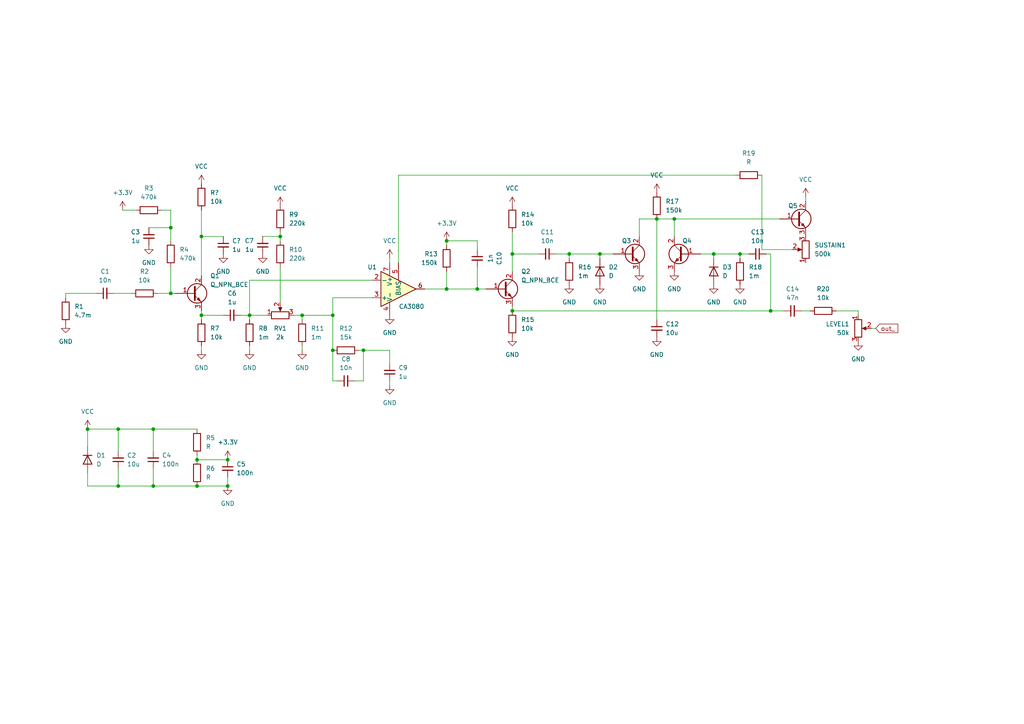
<source format=kicad_sch>
(kicad_sch (version 20211123) (generator eeschema)
  (paper "A4")
  (lib_symbols
    (symbol "Amplifier_Operational:CA3080" (pin_names (offset 0.127))
      (property "Reference" "U" (at 1.27 3.81 0))
      (property "Value" "CA3080" (at 1.27 -3.81 0))
      (symbol "CA3080_0_1"
        (polyline (pts (xy 5.08 0) (xy -5.08 -5.08) (xy -5.08 5.08) (xy 5.08 0)) (stroke (width 0.254)) (fill (type background)))
      )
      (symbol "CA3080_1_1"
        (pin no_connect line (at -2.54 2.54 270) (length 2.54) hide (name "NC") (number "1"))
        (pin input line (at -7.62 2.54 0) (length 2.54) (name "-") (number "2"))
        (pin input line (at -7.62 -2.54 0) (length 2.54) (name "+") (number "3"))
        (pin power_in line (at -2.54 -7.62 90) (length 3.81) (name "V-") (number "4"))
        (pin passive line (at 0 7.62 270) (length 5.08) (name "BIAS") (number "5"))
        (pin output line (at 7.62 0 180) (length 2.54) (name "~") (number "6"))
        (pin power_in line (at -2.54 7.62 270) (length 3.81) (name "V+") (number "7"))
        (pin no_connect line (at 0 2.54 270) (length 2.54) hide (name "NC") (number "8"))
      )
    )
    (symbol "Device:C_Small" (pin_numbers hide) (pin_names (offset 0.254) hide)
      (property "Reference" "C" (at 0.254 1.778 0))
      (property "Value" "C_Small" (at 0.254 -2.032 0))
      (symbol "C_Small_0_1"
        (polyline (pts (xy -1.524 -0.508) (xy 1.524 -0.508)) (stroke (width 0.3302)))
        (polyline (pts (xy -1.524 0.508) (xy 1.524 0.508)) (stroke (width 0.3048)))
      )
      (symbol "C_Small_1_1"
        (pin passive line (at 0 2.54 270) (length 2.032) (name "~") (number "1"))
        (pin passive line (at 0 -2.54 90) (length 2.032) (name "~") (number "2"))
      )
    )
    (symbol "Device:D" (pin_numbers hide) (pin_names (offset 1.016) hide)
      (property "Reference" "D" (at 0 2.54 0))
      (property "Value" "D" (at 0 -2.54 0))
      (symbol "D_0_1"
        (polyline (pts (xy -1.27 1.27) (xy -1.27 -1.27)) (stroke (width 0.254)))
        (polyline (pts (xy 1.27 0) (xy -1.27 0)))
        (polyline (pts (xy 1.27 1.27) (xy 1.27 -1.27) (xy -1.27 0) (xy 1.27 1.27)) (stroke (width 0.254)))
      )
      (symbol "D_1_1"
        (pin passive line (at -3.81 0 0) (length 2.54) (name "K") (number "1"))
        (pin passive line (at 3.81 0 180) (length 2.54) (name "A") (number "2"))
      )
    )
    (symbol "Device:Q_NPN_BCE" (pin_names (offset 0) hide)
      (property "Reference" "Q" (at 5.08 1.27 0))
      (property "Value" "Q_NPN_BCE" (at 5.08 -1.27 0))
      (symbol "Q_NPN_BCE_0_1"
        (polyline (pts (xy 0.635 0.635) (xy 2.54 2.54)))
        (polyline (pts (xy 0.635 -0.635) (xy 2.54 -2.54) (xy 2.54 -2.54)))
        (polyline (pts (xy 0.635 1.905) (xy 0.635 -1.905) (xy 0.635 -1.905)) (stroke (width 0.508)))
        (polyline (pts (xy 1.27 -1.778) (xy 1.778 -1.27) (xy 2.286 -2.286) (xy 1.27 -1.778) (xy 1.27 -1.778)) (fill (type outline)))
        (circle (center 1.27 0) (radius 2.8194) (stroke (width 0.254)))
      )
      (symbol "Q_NPN_BCE_1_1"
        (pin input line (at -5.08 0 0) (length 5.715) (name "B") (number "1"))
        (pin passive line (at 2.54 5.08 270) (length 2.54) (name "C") (number "2"))
        (pin passive line (at 2.54 -5.08 90) (length 2.54) (name "E") (number "3"))
      )
    )
    (symbol "Device:R" (pin_numbers hide) (pin_names (offset 0))
      (property "Reference" "R" (at 2.032 0 90))
      (property "Value" "R" (at 0 0 90))
      (symbol "R_0_1"
        (rectangle (start -1.016 -2.54) (end 1.016 2.54) (stroke (width 0.254)))
      )
      (symbol "R_1_1"
        (pin passive line (at 0 3.81 270) (length 1.27) (name "~") (number "1"))
        (pin passive line (at 0 -3.81 90) (length 1.27) (name "~") (number "2"))
      )
    )
    (symbol "Device:R_Potentiometer" (pin_names (offset 1.016) hide)
      (property "Reference" "RV" (at -4.445 0 90))
      (property "Value" "R_Potentiometer" (at -2.54 0 90))
      (symbol "R_Potentiometer_0_1"
        (polyline (pts (xy 2.54 0) (xy 1.524 0)))
        (polyline (pts (xy 1.143 0) (xy 2.286 0.508) (xy 2.286 -0.508) (xy 1.143 0)) (fill (type outline)))
        (rectangle (start 1.016 2.54) (end -1.016 -2.54) (stroke (width 0.254)))
      )
      (symbol "R_Potentiometer_1_1"
        (pin passive line (at 0 3.81 270) (length 1.27) (name "1") (number "1"))
        (pin passive line (at 3.81 0 180) (length 1.27) (name "2") (number "2"))
        (pin passive line (at 0 -3.81 90) (length 1.27) (name "3") (number "3"))
      )
    )
    (symbol "power:+3.3V" (power) (pin_names (offset 0))
      (property "Value" "+3.3V" (at 0 3.556 0))
      (symbol "+3.3V_0_1"
        (polyline (pts (xy -0.762 1.27) (xy 0 2.54)))
        (polyline (pts (xy 0 0) (xy 0 2.54)))
        (polyline (pts (xy 0 2.54) (xy 0.762 1.27)))
      )
      (symbol "+3.3V_1_1"
        (pin power_in line (at 0 0 90) (length 0) hide (name "+3.3V") (number "1"))
      )
    )
    (symbol "power:GND" (power) (pin_names (offset 0))
      (property "Value" "GND" (at 0 -3.81 0))
      (symbol "GND_0_1"
        (polyline (pts (xy 0 0) (xy 0 -1.27) (xy 1.27 -1.27) (xy 0 -2.54) (xy -1.27 -1.27) (xy 0 -1.27)))
      )
      (symbol "GND_1_1"
        (pin power_in line (at 0 0 270) (length 0) hide (name "GND") (number "1"))
      )
    )
    (symbol "power:VCC" (power) (pin_names (offset 0))
      (property "Value" "VCC" (at 0 3.81 0))
      (symbol "VCC_0_1"
        (polyline (pts (xy -0.762 1.27) (xy 0 2.54)))
        (polyline (pts (xy 0 0) (xy 0 2.54)))
        (polyline (pts (xy 0 2.54) (xy 0.762 1.27)))
      )
      (symbol "VCC_1_1"
        (pin power_in line (at 0 0 90) (length 0) hide (name "VCC") (number "1"))
      )
    )
  )
  (junction (at 66.04 133.35))
  (junction (at 165.1 73.66))
  (junction (at 44.45 140.97))
  (junction (at 25.4 124.46))
  (junction (at 44.45 124.46))
  (junction (at 49.53 85.09))
  (junction (at 214.63 73.66))
  (junction (at 129.54 83.82))
  (junction (at 34.29 124.46))
  (junction (at 87.63 91.44))
  (junction (at 49.53 66.04))
  (junction (at 190.5 63.5))
  (junction (at 138.43 83.82))
  (junction (at 195.58 63.5))
  (junction (at 129.54 69.85))
  (junction (at 207.01 73.66))
  (junction (at 72.39 91.44))
  (junction (at 58.42 91.44))
  (junction (at 173.99 73.66))
  (junction (at 58.42 68.58))
  (junction (at 223.52 90.17))
  (junction (at 81.28 68.58))
  (junction (at 148.59 90.17))
  (junction (at 66.04 140.97))
  (junction (at 57.15 140.97))
  (junction (at 105.41 101.6))
  (junction (at 148.59 73.66))
  (junction (at 34.29 140.97))
  (junction (at 96.52 101.6))
  (junction (at 57.15 133.35))
  (junction (at 96.52 91.44))
  (wire (pts (xy 138.43 83.82) (xy 140.97 83.82)))
  (wire (pts (xy 34.29 135.89) (xy 34.29 140.97)))
  (wire (pts (xy 223.52 90.17) (xy 223.52 73.66)))
  (wire (pts (xy 214.63 73.66) (xy 214.63 74.93)))
  (wire (pts (xy 44.45 124.46) (xy 57.15 124.46)))
  (wire (pts (xy 248.92 90.17) (xy 242.57 90.17)))
  (wire (pts (xy 220.98 72.39) (xy 220.98 50.8)))
  (wire (pts (xy 58.42 90.17) (xy 58.42 91.44)))
  (wire (pts (xy 49.53 77.47) (xy 49.53 85.09)))
  (wire (pts (xy 58.42 91.44) (xy 58.42 92.71)))
  (wire (pts (xy 148.59 67.31) (xy 148.59 73.66)))
  (wire (pts (xy 138.43 72.39) (xy 138.43 69.85)))
  (wire (pts (xy 96.52 91.44) (xy 87.63 91.44)))
  (wire (pts (xy 66.04 138.43) (xy 66.04 140.97)))
  (wire (pts (xy 49.53 85.09) (xy 50.8 85.09)))
  (wire (pts (xy 203.2 73.66) (xy 207.01 73.66)))
  (wire (pts (xy 72.39 91.44) (xy 72.39 92.71)))
  (wire (pts (xy 81.28 68.58) (xy 81.28 69.85)))
  (wire (pts (xy 57.15 140.97) (xy 44.45 140.97)))
  (wire (pts (xy 58.42 60.96) (xy 58.42 68.58)))
  (wire (pts (xy 57.15 133.35) (xy 66.04 133.35)))
  (wire (pts (xy 34.29 124.46) (xy 44.45 124.46)))
  (wire (pts (xy 81.28 67.31) (xy 81.28 68.58)))
  (wire (pts (xy 190.5 63.5) (xy 190.5 92.71)))
  (wire (pts (xy 207.01 73.66) (xy 214.63 73.66)))
  (wire (pts (xy 165.1 73.66) (xy 173.99 73.66)))
  (wire (pts (xy 129.54 69.85) (xy 138.43 69.85)))
  (wire (pts (xy 107.95 81.28) (xy 72.39 81.28)))
  (wire (pts (xy 105.41 110.49) (xy 105.41 101.6)))
  (wire (pts (xy 105.41 101.6) (xy 104.14 101.6)))
  (wire (pts (xy 96.52 91.44) (xy 96.52 86.36)))
  (wire (pts (xy 173.99 73.66) (xy 173.99 74.93)))
  (wire (pts (xy 113.03 74.93) (xy 113.03 76.2)))
  (wire (pts (xy 123.19 83.82) (xy 129.54 83.82)))
  (wire (pts (xy 19.05 85.09) (xy 19.05 86.36)))
  (wire (pts (xy 113.03 101.6) (xy 105.41 101.6)))
  (wire (pts (xy 115.57 50.8) (xy 213.36 50.8)))
  (wire (pts (xy 138.43 77.47) (xy 138.43 83.82)))
  (wire (pts (xy 72.39 81.28) (xy 72.39 91.44)))
  (wire (pts (xy 96.52 101.6) (xy 96.52 91.44)))
  (wire (pts (xy 44.45 140.97) (xy 34.29 140.97)))
  (wire (pts (xy 25.4 124.46) (xy 34.29 124.46)))
  (wire (pts (xy 34.29 140.97) (xy 25.4 140.97)))
  (wire (pts (xy 66.04 140.97) (xy 57.15 140.97)))
  (wire (pts (xy 129.54 83.82) (xy 138.43 83.82)))
  (wire (pts (xy 69.85 91.44) (xy 72.39 91.44)))
  (wire (pts (xy 87.63 91.44) (xy 87.63 92.71)))
  (wire (pts (xy 44.45 124.46) (xy 44.45 130.81)))
  (wire (pts (xy 27.94 85.09) (xy 19.05 85.09)))
  (wire (pts (xy 96.52 86.36) (xy 107.95 86.36)))
  (wire (pts (xy 185.42 68.58) (xy 185.42 63.5)))
  (wire (pts (xy 76.2 68.58) (xy 81.28 68.58)))
  (wire (pts (xy 58.42 100.33) (xy 58.42 101.6)))
  (wire (pts (xy 113.03 110.49) (xy 113.03 111.76)))
  (wire (pts (xy 85.09 91.44) (xy 87.63 91.44)))
  (wire (pts (xy 254 95.25) (xy 252.73 95.25)))
  (wire (pts (xy 96.52 110.49) (xy 97.79 110.49)))
  (wire (pts (xy 58.42 91.44) (xy 64.77 91.44)))
  (wire (pts (xy 214.63 73.66) (xy 217.17 73.66)))
  (wire (pts (xy 33.02 85.09) (xy 38.1 85.09)))
  (wire (pts (xy 129.54 69.85) (xy 129.54 71.12)))
  (wire (pts (xy 113.03 105.41) (xy 113.03 101.6)))
  (wire (pts (xy 115.57 76.2) (xy 115.57 50.8)))
  (wire (pts (xy 43.18 66.04) (xy 49.53 66.04)))
  (wire (pts (xy 45.72 85.09) (xy 49.53 85.09)))
  (wire (pts (xy 148.59 73.66) (xy 156.21 73.66)))
  (wire (pts (xy 148.59 73.66) (xy 148.59 78.74)))
  (wire (pts (xy 165.1 73.66) (xy 165.1 74.93)))
  (wire (pts (xy 64.77 68.58) (xy 58.42 68.58)))
  (wire (pts (xy 227.33 90.17) (xy 223.52 90.17)))
  (wire (pts (xy 58.42 68.58) (xy 58.42 80.01)))
  (wire (pts (xy 25.4 140.97) (xy 25.4 137.16)))
  (wire (pts (xy 195.58 63.5) (xy 195.58 68.58)))
  (wire (pts (xy 81.28 77.47) (xy 81.28 87.63)))
  (wire (pts (xy 148.59 88.9) (xy 148.59 90.17)))
  (wire (pts (xy 129.54 83.82) (xy 129.54 78.74)))
  (wire (pts (xy 25.4 129.54) (xy 25.4 124.46)))
  (wire (pts (xy 44.45 135.89) (xy 44.45 140.97)))
  (wire (pts (xy 233.68 57.15) (xy 233.68 58.42)))
  (wire (pts (xy 49.53 66.04) (xy 49.53 60.96)))
  (wire (pts (xy 49.53 66.04) (xy 49.53 69.85)))
  (wire (pts (xy 72.39 91.44) (xy 77.47 91.44)))
  (wire (pts (xy 72.39 100.33) (xy 72.39 101.6)))
  (wire (pts (xy 49.53 60.96) (xy 46.99 60.96)))
  (wire (pts (xy 87.63 100.33) (xy 87.63 101.6)))
  (wire (pts (xy 57.15 132.08) (xy 57.15 133.35)))
  (wire (pts (xy 223.52 73.66) (xy 222.25 73.66)))
  (wire (pts (xy 185.42 63.5) (xy 190.5 63.5)))
  (wire (pts (xy 248.92 91.44) (xy 248.92 90.17)))
  (wire (pts (xy 96.52 101.6) (xy 96.52 110.49)))
  (wire (pts (xy 102.87 110.49) (xy 105.41 110.49)))
  (wire (pts (xy 34.29 124.46) (xy 34.29 130.81)))
  (wire (pts (xy 229.87 72.39) (xy 220.98 72.39)))
  (wire (pts (xy 35.56 60.96) (xy 39.37 60.96)))
  (wire (pts (xy 226.06 63.5) (xy 195.58 63.5)))
  (wire (pts (xy 234.95 90.17) (xy 232.41 90.17)))
  (wire (pts (xy 148.59 90.17) (xy 223.52 90.17)))
  (wire (pts (xy 190.5 63.5) (xy 195.58 63.5)))
  (wire (pts (xy 177.8 73.66) (xy 173.99 73.66)))
  (wire (pts (xy 161.29 73.66) (xy 165.1 73.66)))
  (wire (pts (xy 207.01 73.66) (xy 207.01 74.93)))
  (global_label "out_" (shape input) (at 254 95.25 0) (property "Intersheet References" "${INTERSHEET_REFS}" (effects hide)))
  (symbol (lib_id "Device:R") (at 81.28 73.66 180) (unit 1)
    (property "Reference" "R10" (at 83.82 72.3899 0) (effects (justify right)))
    (property "Value" "220k" (at 83.82 74.9299 0) (effects (justify right)))
  )
  (symbol (lib_id "power:GND") (at 76.2 73.66 0) (unit 1)
    (property "Reference" "#PWR09" (effects hide))
    (property "Value" "GND" (at 76.2 78.74 0))
  )
  (symbol (lib_id "Device:C_Small") (at 100.33 110.49 90) (mirror x) (unit 1)
    (property "Reference" "C8" (at 100.3363 104.14 90))
    (property "Value" "10n" (at 100.3363 106.68 90))
  )
  (symbol (lib_id "Device:R") (at 58.42 57.15 180) (unit 1)
    (property "Reference" "R?" (at 60.96 55.8799 0) (effects (justify right)))
    (property "Value" "10k" (at 60.96 58.4199 0) (effects (justify right)))
  )
  (symbol (lib_id "power:VCC") (at 190.5 55.88 0) (unit 1)
    (property "Reference" "#PWR021" (effects hide))
    (property "Value" "VCC" (at 190.5 50.8 0))
  )
  (symbol (lib_id "power:GND") (at 72.39 101.6 0) (unit 1)
    (property "Reference" "#PWR08" (effects hide))
    (property "Value" "GND" (at 72.39 106.68 0))
  )
  (symbol (lib_id "Device:C_Small") (at 158.75 73.66 270) (unit 1)
    (property "Reference" "C11" (at 158.7436 67.31 90))
    (property "Value" "10n" (at 158.7436 69.85 90))
  )
  (symbol (lib_id "power:GND") (at 214.63 82.55 0) (unit 1)
    (property "Reference" "#PWR025" (effects hide))
    (property "Value" "GND" (at 214.63 87.63 0))
  )
  (symbol (lib_id "Device:C_Small") (at 44.45 133.35 180) (unit 1)
    (property "Reference" "C4" (at 46.99 132.0735 0) (effects (justify right)))
    (property "Value" "100n" (at 46.99 134.6135 0) (effects (justify right)))
  )
  (symbol (lib_id "Device:R") (at 19.05 90.17 0) (unit 1)
    (property "Reference" "R1" (at 21.59 88.8999 0) (effects (justify left)))
    (property "Value" "4.7m" (at 21.59 91.4399 0) (effects (justify left)))
  )
  (symbol (lib_id "power:VCC") (at 25.4 124.46 0) (unit 1)
    (property "Reference" "#PWR02" (effects hide))
    (property "Value" "VCC" (at 25.4 119.38 0))
  )
  (symbol (lib_id "power:VCC") (at 148.59 59.69 0) (unit 1)
    (property "Reference" "#PWR016" (effects hide))
    (property "Value" "VCC" (at 148.59 54.61 0))
  )
  (symbol (lib_id "Device:R") (at 57.15 137.16 0) (unit 1)
    (property "Reference" "R6" (at 59.69 135.8899 0) (effects (justify left)))
    (property "Value" "R" (at 59.69 138.4299 0) (effects (justify left)))
  )
  (symbol (lib_id "Device:R") (at 87.63 96.52 180) (unit 1)
    (property "Reference" "R11" (at 90.17 95.2499 0) (effects (justify right)))
    (property "Value" "1m" (at 90.17 97.7899 0) (effects (justify right)))
  )
  (symbol (lib_id "power:VCC") (at 58.42 53.34 0) (unit 1)
    (property "Reference" "#PWR?" (effects hide))
    (property "Value" "VCC" (at 58.42 48.26 0))
  )
  (symbol (lib_id "power:+3.3V") (at 35.56 60.96 0) (unit 1)
    (property "Reference" "#PWR03" (effects hide))
    (property "Value" "+3.3V" (at 35.56 55.88 0))
  )
  (symbol (lib_id "power:GND") (at 113.03 91.44 0) (unit 1)
    (property "Reference" "#PWR013" (effects hide))
    (property "Value" "GND" (at 113.03 96.52 0))
  )
  (symbol (lib_id "power:GND") (at 165.1 82.55 0) (unit 1)
    (property "Reference" "#PWR018" (effects hide))
    (property "Value" "GND" (at 165.1 87.63 0))
  )
  (symbol (lib_id "power:+3.3V") (at 129.54 69.85 0) (unit 1)
    (property "Reference" "#PWR015" (effects hide))
    (property "Value" "+3.3V" (at 129.54 64.77 0))
  )
  (symbol (lib_id "Device:C_Small") (at 66.04 135.89 0) (unit 1)
    (property "Reference" "C5" (at 68.58 134.6262 0) (effects (justify left)))
    (property "Value" "100n" (at 68.58 137.1662 0) (effects (justify left)))
  )
  (symbol (lib_id "Device:C_Small") (at 229.87 90.17 90) (unit 1)
    (property "Reference" "C14" (at 229.8763 83.82 90))
    (property "Value" "47n" (at 229.8763 86.36 90))
  )
  (symbol (lib_id "Device:R") (at 100.33 101.6 270) (unit 1)
    (property "Reference" "R12" (at 100.33 95.25 90))
    (property "Value" "15k" (at 100.33 97.79 90))
  )
  (symbol (lib_id "Device:C_Small") (at 138.43 74.93 0) (unit 1)
    (property "Reference" "C10" (at 144.78 74.9363 90))
    (property "Value" "1n" (at 142.24 74.9363 90))
  )
  (symbol (lib_id "Device:R") (at 72.39 96.52 180) (unit 1)
    (property "Reference" "R8" (at 74.93 95.2499 0) (effects (justify right)))
    (property "Value" "1m" (at 74.93 97.7899 0) (effects (justify right)))
  )
  (symbol (lib_id "power:GND") (at 173.99 82.55 0) (unit 1)
    (property "Reference" "#PWR019" (effects hide))
    (property "Value" "GND" (at 173.99 87.63 0))
  )
  (symbol (lib_id "Device:R") (at 148.59 93.98 180) (unit 1)
    (property "Reference" "R15" (at 151.13 92.7099 0) (effects (justify right)))
    (property "Value" "10k" (at 151.13 95.2499 0) (effects (justify right)))
  )
  (symbol (lib_id "Device:Q_NPN_BCE") (at 198.12 73.66 0) (mirror y) (unit 1)
    (property "Reference" "Q4" (at 200.66 69.85 0) (effects (justify left)))
    (property "Value" "Q_NPN_BCE" (effects hide))
  )
  (symbol (lib_id "power:GND") (at 87.63 101.6 0) (unit 1)
    (property "Reference" "#PWR011" (effects hide))
    (property "Value" "GND" (at 87.63 106.68 0))
  )
  (symbol (lib_id "Device:R") (at 41.91 85.09 90) (unit 1)
    (property "Reference" "R2" (at 41.91 78.74 90))
    (property "Value" "10k" (at 41.91 81.28 90))
  )
  (symbol (lib_id "Device:R") (at 165.1 78.74 180) (unit 1)
    (property "Reference" "R16" (at 167.64 77.4699 0) (effects (justify right)))
    (property "Value" "1m" (at 167.64 80.0099 0) (effects (justify right)))
  )
  (symbol (lib_id "Device:R_Potentiometer") (at 81.28 91.44 90) (unit 1)
    (property "Reference" "RV1" (at 81.28 95.25 90))
    (property "Value" "2k" (at 81.28 97.79 90))
  )
  (symbol (lib_id "Device:C_Small") (at 113.03 107.95 180) (unit 1)
    (property "Reference" "C9" (at 115.57 106.6735 0) (effects (justify right)))
    (property "Value" "1u" (at 115.57 109.2135 0) (effects (justify right)))
  )
  (symbol (lib_id "power:VCC") (at 233.68 57.15 0) (unit 1)
    (property "Reference" "#PWR026" (effects hide))
    (property "Value" "VCC" (at 233.68 52.07 0))
  )
  (symbol (lib_id "Device:D") (at 25.4 133.35 270) (unit 1)
    (property "Reference" "D1" (at 27.94 132.0799 90) (effects (justify left)))
    (property "Value" "D" (at 27.94 134.6199 90) (effects (justify left)))
  )
  (symbol (lib_id "Device:C_Small") (at 64.77 71.12 0) (mirror y) (unit 1)
    (property "Reference" "C?" (at 67.31 69.8562 0) (effects (justify right)))
    (property "Value" "1u" (at 67.31 72.3962 0) (effects (justify right)))
  )
  (symbol (lib_id "power:VCC") (at 113.03 74.93 0) (unit 1)
    (property "Reference" "#PWR012" (effects hide))
    (property "Value" "VCC" (at 113.03 69.85 0))
  )
  (symbol (lib_id "Device:R") (at 58.42 96.52 180) (unit 1)
    (property "Reference" "R7" (at 60.96 95.2499 0) (effects (justify right)))
    (property "Value" "10k" (at 60.96 97.7899 0) (effects (justify right)))
  )
  (symbol (lib_id "Device:R") (at 238.76 90.17 270) (unit 1)
    (property "Reference" "R20" (at 238.76 83.82 90))
    (property "Value" "10k" (at 238.76 86.36 90))
  )
  (symbol (lib_id "power:GND") (at 66.04 140.97 0) (unit 1)
    (property "Reference" "#PWR07" (effects hide))
    (property "Value" "GND" (at 66.04 146.05 0))
  )
  (symbol (lib_id "Device:R") (at 81.28 63.5 180) (unit 1)
    (property "Reference" "R9" (at 83.82 62.2299 0) (effects (justify right)))
    (property "Value" "220k" (at 83.82 64.7699 0) (effects (justify right)))
  )
  (symbol (lib_id "power:GND") (at 207.01 82.55 0) (unit 1)
    (property "Reference" "#PWR024" (effects hide))
    (property "Value" "GND" (at 207.01 87.63 0))
  )
  (symbol (lib_id "Device:R") (at 129.54 74.93 0) (mirror x) (unit 1)
    (property "Reference" "R13" (at 127 73.6599 0) (effects (justify right)))
    (property "Value" "150k" (at 127 76.1999 0) (effects (justify right)))
  )
  (symbol (lib_id "power:GND") (at 185.42 78.74 0) (unit 1)
    (property "Reference" "#PWR020" (effects hide))
    (property "Value" "GND" (at 185.42 83.82 0))
  )
  (symbol (lib_id "Device:D") (at 207.01 78.74 270) (unit 1)
    (property "Reference" "D3" (at 209.55 77.4699 90) (effects (justify left)))
    (property "Value" "D" (at 209.55 80.0099 90) (effects (justify left)))
  )
  (symbol (lib_id "Amplifier_Operational:CA3080") (at 115.57 83.82 0) (unit 1)
    (property "Reference" "U1" (at 107.95 77.47 0))
    (property "Value" "CA3080" (at 119.38 88.9 0))
    (property "Datasheet" "http://www.intersil.com/content/dam/Intersil/documents/ca30/ca3080-a.pdf" (effects hide))
  )
  (symbol (lib_id "Device:R") (at 57.15 128.27 0) (unit 1)
    (property "Reference" "R5" (at 59.69 126.9999 0) (effects (justify left)))
    (property "Value" "R" (at 59.69 129.5399 0) (effects (justify left)))
  )
  (symbol (lib_id "power:GND") (at 43.18 71.12 0) (unit 1)
    (property "Reference" "#PWR04" (effects hide))
    (property "Value" "GND" (at 43.18 76.2 0))
  )
  (symbol (lib_id "power:GND") (at 58.42 101.6 0) (unit 1)
    (property "Reference" "#PWR05" (effects hide))
    (property "Value" "GND" (at 58.42 106.68 0))
  )
  (symbol (lib_id "Device:C_Small") (at 190.5 95.25 0) (unit 1)
    (property "Reference" "C12" (at 193.04 93.9862 0) (effects (justify left)))
    (property "Value" "10u" (at 193.04 96.5262 0) (effects (justify left)))
  )
  (symbol (lib_id "power:+3.3V") (at 66.04 133.35 0) (unit 1)
    (property "Reference" "#PWR06" (effects hide))
    (property "Value" "+3.3V" (at 66.04 128.27 0))
  )
  (symbol (lib_id "power:GND") (at 64.77 73.66 0) (unit 1)
    (property "Reference" "#PWR?" (effects hide))
    (property "Value" "GND" (at 64.77 78.74 0))
  )
  (symbol (lib_id "Device:R") (at 217.17 50.8 90) (mirror x) (unit 1)
    (property "Reference" "R19" (at 217.17 44.45 90))
    (property "Value" "R" (at 217.17 46.99 90))
  )
  (symbol (lib_id "Device:R") (at 190.5 59.69 180) (unit 1)
    (property "Reference" "R17" (at 193.04 58.4199 0) (effects (justify right)))
    (property "Value" "150k" (at 193.04 60.9599 0) (effects (justify right)))
  )
  (symbol (lib_id "Device:R") (at 214.63 78.74 180) (unit 1)
    (property "Reference" "R18" (at 217.17 77.4699 0) (effects (justify right)))
    (property "Value" "1m" (at 217.17 80.0099 0) (effects (justify right)))
  )
  (symbol (lib_id "Device:C_Small") (at 219.71 73.66 270) (unit 1)
    (property "Reference" "C13" (at 219.7036 67.31 90))
    (property "Value" "10n" (at 219.7036 69.85 90))
  )
  (symbol (lib_id "Device:R_Potentiometer") (at 248.92 95.25 0) (unit 1)
    (property "Reference" "LEVEL1" (at 246.38 93.9799 0) (effects (justify right)))
    (property "Value" "50k" (at 246.38 96.5199 0) (effects (justify right)))
  )
  (symbol (lib_id "Device:C_Small") (at 43.18 68.58 0) (mirror x) (unit 1)
    (property "Reference" "C3" (at 40.64 67.3035 0) (effects (justify right)))
    (property "Value" "1u" (at 40.64 69.8435 0) (effects (justify right)))
  )
  (symbol (lib_id "Device:C_Small") (at 76.2 71.12 0) (mirror x) (unit 1)
    (property "Reference" "C7" (at 73.66 69.8435 0) (effects (justify right)))
    (property "Value" "1u" (at 73.66 72.3835 0) (effects (justify right)))
  )
  (symbol (lib_id "Device:R_Potentiometer") (at 233.68 72.39 180) (unit 1)
    (property "Reference" "SUSTAIN1" (at 236.22 71.1199 0) (effects (justify right)))
    (property "Value" "500k" (at 236.22 73.6599 0) (effects (justify right)))
  )
  (symbol (lib_id "power:GND") (at 113.03 111.76 0) (unit 1)
    (property "Reference" "#PWR014" (effects hide))
    (property "Value" "GND" (at 113.03 116.84 0))
  )
  (symbol (lib_id "power:VCC") (at 81.28 59.69 0) (unit 1)
    (property "Reference" "#PWR010" (effects hide))
    (property "Value" "VCC" (at 81.28 54.61 0))
  )
  (symbol (lib_id "Device:D") (at 173.99 78.74 270) (unit 1)
    (property "Reference" "D2" (at 176.53 77.4699 90) (effects (justify left)))
    (property "Value" "D" (at 176.53 80.0099 90) (effects (justify left)))
  )
  (symbol (lib_id "power:GND") (at 248.92 99.06 0) (unit 1)
    (property "Reference" "#PWR027" (effects hide))
    (property "Value" "GND" (at 248.92 104.14 0))
  )
  (symbol (lib_id "Device:C_Small") (at 67.31 91.44 90) (mirror x) (unit 1)
    (property "Reference" "C6" (at 67.3163 85.09 90))
    (property "Value" "1u" (at 67.3163 87.63 90))
  )
  (symbol (lib_id "Device:Q_NPN_BCE") (at 55.88 85.09 0) (unit 1)
    (property "Reference" "Q1" (at 60.96 80.01 0) (effects (justify left)))
    (property "Value" "Q_NPN_BCE" (at 60.96 82.55 0) (effects (justify left)))
  )
  (symbol (lib_id "Device:R") (at 148.59 63.5 0) (unit 1)
    (property "Reference" "R14" (at 151.13 62.2299 0) (effects (justify left)))
    (property "Value" "10k" (at 151.13 64.7699 0) (effects (justify left)))
  )
  (symbol (lib_id "power:GND") (at 190.5 97.79 0) (unit 1)
    (property "Reference" "#PWR022" (effects hide))
    (property "Value" "GND" (at 190.5 102.87 0))
  )
  (symbol (lib_id "Device:Q_NPN_BCE") (at 146.05 83.82 0) (unit 1)
    (property "Reference" "Q2" (at 151.13 78.74 0) (effects (justify left)))
    (property "Value" "Q_NPN_BCE" (at 151.13 81.28 0) (effects (justify left)))
  )
  (symbol (lib_id "Device:C_Small") (at 30.48 85.09 90) (unit 1)
    (property "Reference" "C1" (at 30.4863 78.74 90))
    (property "Value" "10n" (at 30.4863 81.28 90))
  )
  (symbol (lib_id "power:GND") (at 148.59 97.79 0) (unit 1)
    (property "Reference" "#PWR017" (effects hide))
    (property "Value" "GND" (at 148.59 102.87 0))
  )
  (symbol (lib_id "Device:R") (at 43.18 60.96 90) (unit 1)
    (property "Reference" "R3" (at 43.18 54.61 90))
    (property "Value" "470k" (at 43.18 57.15 90))
  )
  (symbol (lib_id "power:GND") (at 19.05 93.98 0) (unit 1)
    (property "Reference" "#PWR01" (effects hide))
    (property "Value" "GND" (at 19.05 99.06 0))
  )
  (symbol (lib_id "Device:C_Small") (at 34.29 133.35 180) (unit 1)
    (property "Reference" "C2" (at 36.83 132.0735 0) (effects (justify right)))
    (property "Value" "10u" (at 36.83 134.6135 0) (effects (justify right)))
  )
  (symbol (lib_id "Device:R") (at 49.53 73.66 0) (unit 1)
    (property "Reference" "R4" (at 52.07 72.3899 0) (effects (justify left)))
    (property "Value" "470k" (at 52.07 74.9299 0) (effects (justify left)))
  )
  (symbol (lib_id "Device:Q_NPN_BCE") (at 231.14 63.5 0) (unit 1)
    (property "Reference" "Q5" (at 228.6 59.69 0) (effects (justify left)))
    (property "Value" "Q_NPN_BCE" (effects hide))
  )
  (symbol (lib_id "power:GND") (at 195.58 78.74 0) (unit 1)
    (property "Reference" "#PWR023" (effects hide))
    (property "Value" "GND" (at 195.58 83.82 0))
  )
  (symbol (lib_id "Device:Q_NPN_BCE") (at 182.88 73.66 0) (unit 1)
    (property "Reference" "Q3" (at 180.34 69.85 0) (effects (justify left)))
    (property "Value" "Q_NPN_BCE" (effects hide))
  )
)
</source>
